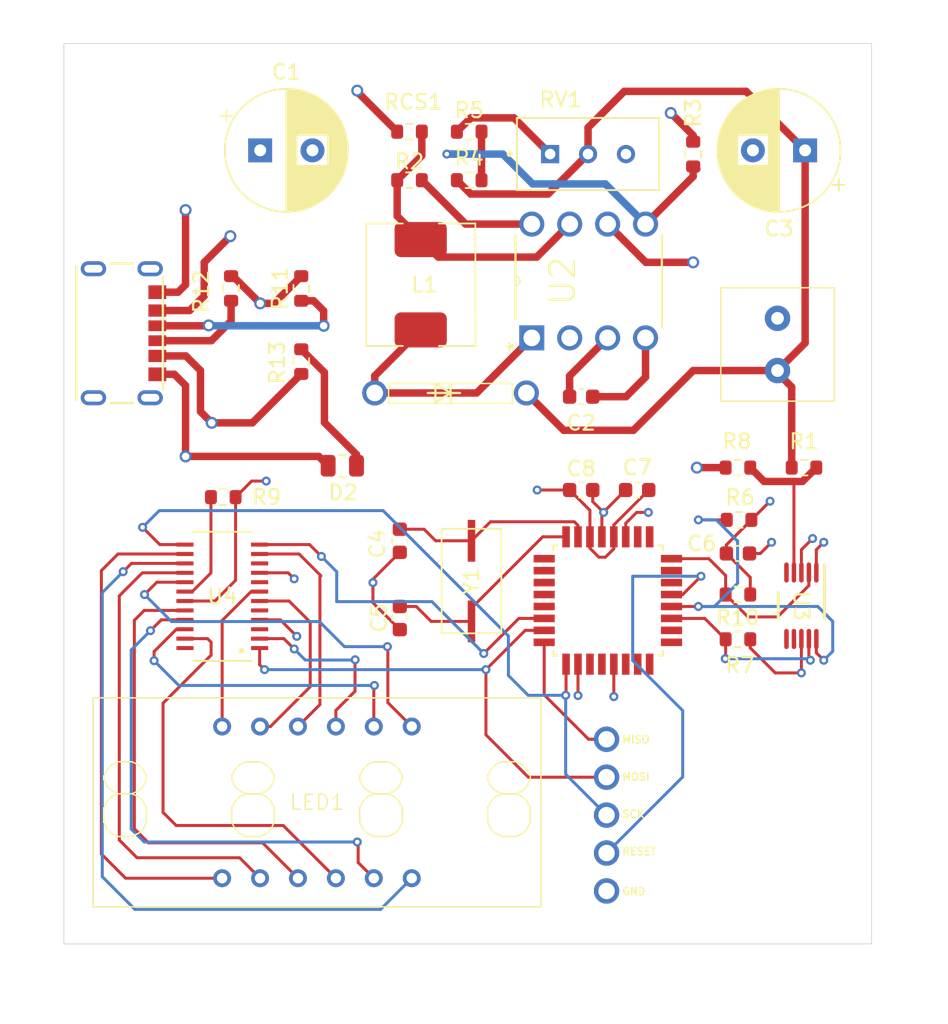
<source format=kicad_pcb>
(kicad_pcb (version 20241229) (generator "pcbnew") (generator_version "9.0")
  (layers (0 "F.Cu" signal) (4 "In1.Cu" signal) (6 "In2.Cu" signal) (2 "B.Cu" signal) (13 "F.Paste" user) (15 "B.Paste" user) (5 "F.SilkS" user "F.Silkscreen") (7 "B.SilkS" user "B.Silkscreen") (1 "F.Mask" user) (3 "B.Mask" user) (25 "Edge.Cuts" user))
  (net 0 "")
  (net 1 "+5V")
  (net 2 "Net-(U2-TC)")
  (net 3 "/BOOST_OUTPUT")
  (net 4 "GND")
  (net 5 "/XTAL1")
  (net 6 "/XTAL2")
  (net 7 "Net-(U2-SWC)")
  (net 8 "Net-(D2-A)")
  (net 9 "/RESET")
  (net 10 "/SCK")
  (net 11 "/MISO")
  (net 12 "/MOSI")
  (net 13 "Net-(J4-CC1)")
  (net 14 "Net-(J4-CC2)")
  (net 15 "Net-(U2-IPK)")
  (net 16 "Net-(LED1-f)")
  (net 17 "Net-(LED1-d)")
  (net 18 "Net-(LED1-e)")
  (net 19 "Net-(LED1-b)")
  (net 20 "Net-(LED1-G4)")
  (net 21 "Net-(LED1-G1)")
  (net 22 "Net-(LED1-c)")
  (net 23 "Net-(LED1-G3)")
  (net 24 "Net-(LED1-G2)")
  (net 25 "Net-(LED1-dp)")
  (net 26 "Net-(LED1-g)")
  (net 27 "Net-(LED1-a)")
  (net 28 "Net-(U3-AIN0)")
  (net 29 "Net-(U2-DRC)")
  (net 30 "Net-(U2-CII)")
  (net 31 "Net-(R5-Pad1)")
  (net 32 "Net-(U1-PC5(ADC5{slash}SCL{slash}PCINT13))")
  (net 33 "Net-(U1-PC4(ADC4{slash}SDA{slash}PCINT12))")
  (net 34 "Net-(U4-ISET)")
  (net 35 "Net-(U1-PD2(INT0{slash}PCINT18))")
  (net 45 "/SS")
  (footprint "footprint:TQFP32_32A_MCH" (layer "F.Cu") (at 124.535599 83.4 -90)
    (property "Reference" "U1" (hide yes))
    (property "Value" "ATMEGA328P-AU")
  )
  (footprint "TerminalBlock_MetzConnect:DB301V-3.5-2P" (layer "F.Cu") (at 135.9 66.25 90)
    (property "Reference" "J2" (hide yes))
    (property "Value" "Screw_Terminal_01x02")
  )
  (footprint "Capacitor_SMD:C_0603_1608Metric" (layer "F.Cu") (at 110.6 84.575 -90)
    (property "Reference" "C5")
    (property "Value" "0.1u")
  )
  (footprint "footprint:DIP254P762X480-8" (layer "F.Cu") (at 127.06 58.19 90)
    (property "Reference" "U2")
    (property "Value" "MC34063ECN")
  )
  (footprint "Capacitor_SMD:C_0603_1608Metric" (layer "F.Cu") (at 122.75 76)
    (property "Reference" "C8")
    (property "Value" "0.1u")
  )
  (footprint "Capacitor_SMD:C_0603_1608Metric" (layer "F.Cu") (at 110.6 79.4 -90)
    (property "Reference" "C4")
    (property "Value" "0.1u")
  )
  (footprint "Resistor_SMD:R_0603_1608Metric" (layer "F.Cu") (at 111.25 52)
    (property "Reference" "RCS1")
    (property "Value" "0.225")
  )
  (footprint "Resistor_SMD:R_0603_1608Metric" (layer "F.Cu") (at 99.3 62.5 -90)
    (property "Reference" "R12")
    (property "Value" "5.1k")
  )
  (footprint "Resistor_SMD:R_0603_1608Metric" (layer "F.Cu") (at 115.25 55.25)
    (property "Reference" "R4")
    (property "Value" "146.7k")
  )
  (footprint "Capacitor_SMD:C_0805_2012Metric" (layer "F.Cu") (at 106.75 74.375)
    (property "Reference" "D2")
    (property "Value" "LED")
  )
  (footprint "Resistor_SMD:R_0603_1608Metric" (layer "F.Cu") (at 115.25 52)
    (property "Reference" "R5")
    (property "Value" "16.7k")
  )
  (footprint "Resistor_SMD:R_0603_1608Metric" (layer "F.Cu") (at 133.25 86 180)
    (property "Reference" "R7")
    (property "Value" "4.7k")
  )
  (footprint "Capacitor_SMD:C_0603_1608Metric" (layer "F.Cu") (at 126.5 76 180)
    (property "Reference" "C7")
    (property "Value" "0.1u")
  )
  (footprint "Resistor_SMD:R_0603_1608Metric" (layer "F.Cu") (at 133.25 83 180)
    (property "Reference" "R10")
    (property "Value" "4.7k")
  )
  (footprint "Resistor_SMD:R_0603_1608Metric" (layer "F.Cu") (at 133.25 74.5 180)
    (property "Reference" "R8")
    (property "Value" "3k")
  )
  (footprint "footprint:FJ3461AH" (layer "F.Cu") (at 105.05 96.92)
    (property "Reference" "LED1")
    (property "Value" "~")
  )
  (footprint "footprint:DGS0010A_N" (layer "F.Cu") (at 137.5 83.75 -90)
    (property "Reference" "U3")
    (property "Value" "ADS1115IDGSR")
  )
  (footprint "Capacitor_THT:CP_Radial_D8.0mm_P3.50mm" (layer "F.Cu") (at 101.25 53.25)
    (property "Reference" "C1")
    (property "Value" "100u")
  )
  (footprint "Resistor_SMD:R_0603_1608Metric" (layer "F.Cu") (at 98.775 76.475 180)
    (property "Reference" "R9")
    (property "Value" "9.53k")
  )
  (footprint "footprint:SSOP-24" (layer "F.Cu") (at 98.71 83.12 180)
    (property "Reference" "U4")
    (property "Value" "MAX7219")
  )
  (footprint "Resistor_SMD:R_0603_1608Metric" (layer "F.Cu") (at 130.25 53.5 -90)
    (property "Reference" "R3")
    (property "Value" "2.7k")
  )
  (footprint "footprint:CONN_TYPE-C-6P_SHN" (layer "F.Cu") (at 91.3262 65.5 -90)
    (property "Reference" "J4" (hide yes))
    (property "Value" "TYPE-C 6P")
  )
  (footprint "footprint:L_SXN_SMMS0650" (layer "F.Cu") (at 112 62.25 -90)
    (property "Reference" "L1")
    (property "Value" "100uH")
  )
  (footprint "Capacitor_SMD:C_0603_1608Metric" (layer "F.Cu") (at 122.75 69.75)
    (property "Reference" "C2")
    (property "Value" "382pF")
  )
  (footprint "Resistor_SMD:R_0603_1608Metric" (layer "F.Cu") (at 104 62.5 -90)
    (property "Reference" "R11")
    (property "Value" "5.1k")
  )
  (footprint "Resistor_SMD:R_0603_1608Metric" (layer "F.Cu") (at 137.675 74.5)
    (property "Reference" "R1")
    (property "Value" "27k")
  )
  (footprint "footprint:AVR-5pin" (layer "F.Cu") (at 124.45 97.775 -90)
    (property "Reference" "J3" (hide yes))
    (property "Value" "AVR-ISP-6")
  )
  (footprint "footprint:Crystal_SMD_HC-49S-SMD-2P-Mini" (layer "F.Cu") (at 115.4 82.1 -90)
    (property "Reference" "Y1")
    (property "Value" "Crystal")
  )
  (footprint "Resistor_SMD:R_0603_1608Metric" (layer "F.Cu") (at 111.25 55.25)
    (property "Reference" "R2")
    (property "Value" "180")
  )
  (footprint "Resistor_SMD:R_0603_1608Metric" (layer "F.Cu") (at 104 67.4 90)
    (property "Reference" "R13")
    (property "Value" "200")
  )
  (footprint "footprint:DO41-10" (layer "F.Cu") (at 114 69.5 180)
    (property "Reference" "D1" (hide yes))
    (property "Value" "1N5819")
  )
  (footprint "Resistor_SMD:R_0603_1608Metric" (layer "F.Cu") (at 133.325 78 180)
    (property "Reference" "R6")
    (property "Value" "4.7K")
  )
  (footprint "Capacitor_SMD:C_0603_1608Metric" (layer "F.Cu") (at 133.25 80.25)
    (property "Reference" "C6")
    (property "Value" "0.1u")
  )
  (footprint "Capacitor_THT:CP_Radial_D8.0mm_P3.50mm" (layer "F.Cu") (at 137.75 53.25 180)
    (property "Reference" "C3")
    (property "Value" "113u")
  )
  (footprint "Potentiometer_THT:TRIM_3296W-1-104" (layer "F.Cu") (at 123.21 53.5)
    (property "Reference" "RV1")
    (property "Value" "100k")
  )
  (gr_rect (start 88.1 46.1) (end 142.2 106.4) (stroke (width 0.05)) (fill no) (layer "Edge.Cuts"))
  (segment (start 135.75 88.25) (end 137.5 88.25) (width 0.2) (layer "F.Cu") (net 1))
  (segment (start 100.675 75.4) (end 99.6 76.475) (width 0.2) (layer "F.Cu") (net 1))
  (segment (start 123.335599 79.135599) (end 123.335599 79.899597) (width 0.2) (layer "F.Cu") (net 1))
  (segment (start 124.371196 80.5) (end 124.935598 79.935598) (width 0.2) (layer "F.Cu") (net 1))
  (segment (start 121.975 76) (end 123.335599 77.360599) (width 0.2) (layer "F.Cu") (net 1))
  (segment (start 132.475 79.675) (end 134.15 78) (width 0.2) (layer "F.Cu") (net 1))
  (segment (start 98.215 83.435) (end 96.21 83.435) (width 0.2) (layer "F.Cu") (net 1))
  (segment (start 127.275 76) (end 124.935598 78.339402) (width 0.2) (layer "F.Cu") (net 1))
  (segment (start 99.25 59) (end 97.5 60.75) (width 0.5) (layer "F.Cu") (net 1))
  (segment (start 137.5 88.25) (end 137.5 85.975002) (width 0.2) (layer "F.Cu") (net 1))
  (segment (start 132.475 80.25) (end 132.475 79.675) (width 0.2) (layer "F.Cu") (net 1))
  (segment (start 99.6 76.475) (end 99.6 82.05) (width 0.2) (layer "F.Cu") (net 1))
  (segment (start 98 71.5) (end 100.725 71.5) (width 0.5) (layer "F.Cu") (net 1))
  (segment (start 96.52 63.98) (end 94.3592 63.98) (width 0.5) (layer "F.Cu") (net 1))
  (segment (start 96.27 67.02) (end 94.3592 67.02) (width 0.5) (layer "F.Cu") (net 1))
  (segment (start 124.935598 79.935598) (end 124.935598 79.135599) (width 0.2) (layer "F.Cu") (net 1))
  (segment (start 101.65 75.4) (end 100.675 75.4) (width 0.2) (layer "F.Cu") (net 1))
  (segment (start 99.6 82.05) (end 98.215 83.435) (width 0.2) (layer "F.Cu") (net 1))
  (segment (start 134.075 81.85) (end 132.475 80.25) (width 0.2) (layer "F.Cu") (net 1))
  (segment (start 100.725 71.5) (end 104 68.225) (width 0.5) (layer "F.Cu") (net 1))
  (segment (start 97.5 60.75) (end 97.5 63) (width 0.5) (layer "F.Cu") (net 1))
  (segment (start 123.335599 77.360599) (end 123.335599 79.135599) (width 0.2) (layer "F.Cu") (net 1))
  (segment (start 119.8 76) (end 121.975 76) (width 0.2) (layer "F.Cu") (net 1))
  (segment (start 123.936002 80.5) (end 124.371196 80.5) (width 0.2) (layer "F.Cu") (net 1))
  (segment (start 97.25 70.75) (end 97.25 68) (width 0.5) (layer "F.Cu") (net 1))
  (segment (start 107.75 49.25) (end 107.75 49.325) (width 0.5) (layer "F.Cu") (net 1))
  (segment (start 107.75 49.325) (end 110.425 52) (width 0.5) (layer "F.Cu") (net 1))
  (segment (start 134.075 83) (end 134.075 81.85) (width 0.2) (layer "F.Cu") (net 1))
  (segment (start 130.25 60.75) (end 127.08 60.75) (width 0.5) (layer "F.Cu") (net 1))
  (segment (start 98 71.5) (end 97.25 70.75) (width 0.5) (layer "F.Cu") (net 1))
  (segment (start 135.4 76.75) (end 134.15 78) (width 0.2) (layer "F.Cu") (net 1))
  (segment (start 124.935598 78.339402) (end 124.935598 79.135599) (width 0.2) (layer "F.Cu") (net 1))
  (segment (start 127.08 60.75) (end 124.52 58.19) (width 0.5) (layer "F.Cu") (net 1))
  (segment (start 134.075 86) (end 134.075 86.575) (width 0.2) (layer "F.Cu") (net 1))
  (segment (start 134.075 86.575) (end 135.75 88.25) (width 0.2) (layer "F.Cu") (net 1))
  (segment (start 122.535598 89.764402) (end 122.535598 87.664401) (width 0.2) (layer "F.Cu") (net 1))
  (segment (start 123.335599 79.899597) (end 123.936002 80.5) (width 0.2) (layer "F.Cu") (net 1))
  (segment (start 97.5 63) (end 96.52 63.98) (width 0.5) (layer "F.Cu") (net 1))
  (segment (start 97.25 68) (end 96.27 67.02) (width 0.5) (layer "F.Cu") (net 1))
  (segment (start 121.75 76.225) (end 121.975 76) (width 0.2) (layer "F.Cu") (net 1))
  (via (at 137.5 88.25) (size 0.6) (drill 0.3) (layers "F.Cu" "B.Cu") (net 1))
  (via (at 99.25 59) (size 0.8) (drill 0.5) (layers "F.Cu" "B.Cu") (net 1))
  (via (at 130.25 60.75) (size 0.8) (drill 0.5) (layers "F.Cu" "B.Cu") (net 1))
  (via (at 107.75 49.25) (size 0.8) (drill 0.5) (layers "F.Cu" "B.Cu") (net 1))
  (via (at 135.4 76.75) (size 0.6) (drill 0.3) (layers "F.Cu" "B.Cu") (net 1))
  (via (at 122.535598 89.764402) (size 0.6) (drill 0.3) (layers "F.Cu" "B.Cu") (net 1))
  (via (at 119.8 76) (size 0.6) (drill 0.3) (layers "F.Cu" "B.Cu") (net 1))
  (via (at 98 71.5) (size 0.8) (drill 0.5) (layers "F.Cu" "B.Cu") (net 1))
  (via (at 101.65 75.4) (size 0.6) (drill 0.3) (layers "F.Cu" "B.Cu") (net 1))
  (segment (start 121.975 68.355) (end 124.52 65.81) (width 0.5) (layer "F.Cu") (net 2))
  (segment (start 121.975 69.75) (end 121.975 68.355) (width 0.5) (layer "F.Cu") (net 2))
  (segment (start 123.21 53.5) (end 123.21 51.723636) (width 0.5) (layer "F.Cu") (net 3))
  (segment (start 114.425 55.25) (end 115.351 56.176) (width 0.5) (layer "F.Cu") (net 3))
  (segment (start 123.21 51.723636) (end 125.634636 49.299) (width 0.5) (layer "F.Cu") (net 3))
  (segment (start 137.75 66.15) (end 135.9 68) (width 0.5) (layer "F.Cu") (net 3))
  (segment (start 136.85 69.1) (end 136.85 74.5) (width 0.5) (layer "F.Cu") (net 3))
  (segment (start 120.534 56.176) (end 123.21 53.5) (width 0.5) (layer "F.Cu") (net 3))
  (segment (start 121.58 72) (end 126.25 72) (width 0.5) (layer "F.Cu") (net 3))
  (segment (start 126.25 72) (end 130.25 68) (width 0.5) (layer "F.Cu") (net 3))
  (segment (start 119.08 69.5) (end 121.58 72) (width 0.5) (layer "F.Cu") (net 3))
  (segment (start 135.9 68.15) (end 136.85 69.1) (width 0.5) (layer "F.Cu") (net 3))
  (segment (start 133.799 49.299) (end 137.75 53.25) (width 0.5) (layer "F.Cu") (net 3))
  (segment (start 125.634636 49.299) (end 133.799 49.299) (width 0.5) (layer "F.Cu") (net 3))
  (segment (start 135.9 68) (end 135.9 68.15) (width 0.5) (layer "F.Cu") (net 3))
  (segment (start 137.75 53.25) (end 137.75 66.15) (width 0.5) (layer "F.Cu") (net 3))
  (segment (start 115.351 56.176) (end 120.534 56.176) (width 0.5) (layer "F.Cu") (net 3))
  (segment (start 130.25 68) (end 135.9 68) (width 0.5) (layer "F.Cu") (net 3))
  (segment (start 101.21 84.695) (end 102.595 84.695) (width 0.2) (layer "F.Cu") (net 4))
  (segment (start 125.735599 79.135599) (end 125.735599 78.2272) (width 0.2) (layer "F.Cu") (net 4))
  (segment (start 99.3 61.675) (end 99.425 61.675) (width 0.5) (layer "F.Cu") (net 4))
  (segment (start 124.1356 79.135599) (end 124.1356 77.6144) (width 0.2) (layer "F.Cu") (net 4))
  (segment (start 95.5 68.25) (end 95.75 68.5) (width 0.5) (layer "F.Cu") (net 4))
  (segment (start 135.5 79.5) (end 134.75 80.25) (width 0.2) (layer "F.Cu") (net 4))
  (segment (start 137.5 80) (end 137.5 81.525001) (width 0.2) (layer "F.Cu") (net 4))
  (segment (start 139 79.5) (end 138.500001 79.999999) (width 0.2) (layer "F.Cu") (net 4))
  (segment (start 125.735599 78.2272) (end 126.462799 77.5) (width 0.2) (layer "F.Cu") (net 4))
  (segment (start 105.175 73.75) (end 96.25 73.75) (width 0.5) (layer "F.Cu") (net 4))
  (segment (start 108.8 82.2) (end 108.8 81.975) (width 0.2) (layer "F.Cu") (net 4))
  (segment (start 124.25 77.475) (end 125.725 76) (width 0.2) (layer "F.Cu") (net 4))
  (segment (start 95.75 62.75) (end 96.25 62.25) (width 0.5) (layer "F.Cu") (net 4))
  (segment (start 96.25 69) (end 96.25 72.75) (width 0.5) (layer "F.Cu") (net 4))
  (segment (start 124.1356 77.6144) (end 124.25 77.5) (width 0.2) (layer "F.Cu") (net 4))
  (segment (start 108.8 81.975) (end 110.6 80.175) (width 0.2) (layer "F.Cu") (net 4))
  (segment (start 105.8 74.375) (end 105.175 73.75) (width 0.5) (layer "F.Cu") (net 4))
  (segment (start 108.8 83.55) (end 108.8 82.2) (width 0.2) (layer "F.Cu") (net 4))
  (segment (start 128.75 50.75) (end 130.25 52.25) (width 0.5) (layer "F.Cu") (net 4))
  (segment (start 125.75 69.75) (end 127.06 68.44) (width 0.5) (layer "F.Cu") (net 4))
  (segment (start 102.595 84.695) (end 103.7 85.8) (width 0.2) (layer "F.Cu") (net 4))
  (segment (start 130.25 52.25) (end 130.25 52.675) (width 0.5) (layer "F.Cu") (net 4))
  (segment (start 134.75 80.25) (end 134.025 80.25) (width 0.2) (layer "F.Cu") (net 4))
  (segment (start 138.25 79.25) (end 137.5 80) (width 0.2) (layer "F.Cu") (net 4))
  (segment (start 99.425 61.675) (end 101.25 63.5) (width 0.5) (layer "F.Cu") (net 4))
  (segment (start 124.25 77.5) (end 124.25 77.475) (width 0.2) (layer "F.Cu") (net 4))
  (segment (start 103.12 81.545) (end 103.525 81.95) (width 0.2) (layer "F.Cu") (net 4))
  (segment (start 123.525 76.775) (end 124.25 77.5) (width 0.2) (layer "F.Cu") (net 4))
  (segment (start 102.175 63.5) (end 104 61.675) (width 0.5) (layer "F.Cu") (net 4))
  (segment (start 126.462799 77.5) (end 127.25 77.5) (width 0.2) (layer "F.Cu") (net 4))
  (segment (start 95.75 68.5) (end 96.25 69) (width 0.5) (layer "F.Cu") (net 4))
  (segment (start 94.3592 62.75) (end 95.75 62.75) (width 0.5) (layer "F.Cu") (net 4))
  (segment (start 96.25 62.25) (end 96.25 58) (width 0.5) (layer "F.Cu") (net 4))
  (segment (start 123.525 76) (end 123.525 76.775) (width 0.2) (layer "F.Cu") (net 4))
  (segment (start 132.425 74.5) (end 130.5 74.5) (width 0.5) (layer "F.Cu") (net 4))
  (segment (start 101.21 81.545) (end 103.12 81.545) (width 0.2) (layer "F.Cu") (net 4))
  (segment (start 123.525 69.75) (end 125.75 69.75) (width 0.5) (layer "F.Cu") (net 4))
  (segment (start 94.3592 68.25) (end 95.5 68.25) (width 0.5) (layer "F.Cu") (net 4))
  (segment (start 127.06 68.44) (end 127.06 65.81) (width 0.5) (layer "F.Cu") (net 4))
  (segment (start 110.6 85.35) (end 108.8 83.55) (width 0.2) (layer "F.Cu") (net 4))
  (segment (start 96.25 72.75) (end 96.25 73.75) (width 0.5) (layer "F.Cu") (net 4))
  (segment (start 101.25 63.5) (end 102.175 63.5) (width 0.5) (layer "F.Cu") (net 4))
  (segment (start 138.500001 79.999999) (end 138.500001 81.525001) (width 0.2) (layer "F.Cu") (net 4))
  (segment (start 96.25 58) (end 96.25 57.25) (width 0.5) (layer "F.Cu") (net 4))
  (segment (start 124.935598 89.835598) (end 124.935598 87.664401) (width 0.2) (layer "F.Cu") (net 4))
  (via (at 130.5 74.5) (size 0.8) (drill 0.5) (layers "F.Cu" "B.Cu") (net 4))
  (via (at 135.5 79.5) (size 0.6) (drill 0.3) (layers "F.Cu" "B.Cu") (net 4))
  (via (at 96.25 57.25) (size 0.8) (drill 0.5) (layers "F.Cu" "B.Cu") (net 4))
  (via (at 128.75 50.75) (size 0.8) (drill 0.5) (layers "F.Cu" "B.Cu") (net 4))
  (via (at 127.25 77.5) (size 0.6) (drill 0.3) (layers "F.Cu" "B.Cu") (net 4))
  (via (at 101.25 63.5) (size 0.8) (drill 0.5) (layers "F.Cu" "B.Cu") (net 4))
  (via (at 103.525 81.95) (size 0.6) (drill 0.3) (layers "F.Cu" "B.Cu") (net 4))
  (via (at 103.7 85.8) (size 0.6) (drill 0.3) (layers "F.Cu" "B.Cu") (net 4))
  (via (at 124.935598 89.835598) (size 0.6) (drill 0.3) (layers "F.Cu" "B.Cu") (net 4))
  (via (at 139 79.5) (size 0.6) (drill 0.3) (layers "F.Cu" "B.Cu") (net 4))
  (via (at 138.25 79.25) (size 0.6) (drill 0.3) (layers "F.Cu" "B.Cu") (net 4))
  (via (at 108.8 82.2) (size 0.6) (drill 0.3) (layers "F.Cu" "B.Cu") (net 4))
  (via (at 124.25 77.5) (size 0.6) (drill 0.3) (layers "F.Cu" "B.Cu") (net 4))
  (via (at 96.25 73.75) (size 0.8) (drill 0.5) (layers "F.Cu" "B.Cu") (net 4))
  (segment (start 116.6738 78.1262) (end 115.4 79.4) (width 0.2) (layer "F.Cu") (net 5))
  (segment (start 110.6 78.625) (end 112.225 78.625) (width 0.2) (layer "F.Cu") (net 5))
  (segment (start 113 79.4) (end 115.4 79.4) (width 0.2) (layer "F.Cu") (net 5))
  (segment (start 122.2902 78.1262) (end 116.6738 78.1262) (width 0.2) (layer "F.Cu") (net 5))
  (segment (start 112.225 78.625) (end 113 79.4) (width 0.2) (layer "F.Cu") (net 5))
  (segment (start 122.5356 78.3716) (end 122.2902 78.1262) (width 0.2) (layer "F.Cu") (net 5))
  (segment (start 122.5356 79.135599) (end 122.5356 78.3716) (width 0.2) (layer "F.Cu") (net 5))
  (segment (start 121.7356 79.135599) (end 120.171601 79.135599) (width 0.2) (layer "F.Cu") (net 6))
  (segment (start 110.6 83.8) (end 111.7 83.8) (width 0.2) (layer "F.Cu") (net 6))
  (segment (start 112.7 84.8) (end 115.4 84.8) (width 0.2) (layer "F.Cu") (net 6))
  (segment (start 115.4 83.9072) (end 115.4 84.8) (width 0.2) (layer "F.Cu") (net 6))
  (segment (start 120.171601 79.135599) (end 115.4 83.9072) (width 0.2) (layer "F.Cu") (net 6))
  (segment (start 111.7 83.8) (end 112.7 84.8) (width 0.2) (layer "F.Cu") (net 6))
  (segment (start 119.44 65.81) (end 115.75 69.5) (width 0.5) (layer "F.Cu") (net 7))
  (segment (start 115.75 69.5) (end 108.92 69.5) (width 0.5) (layer "F.Cu") (net 7))
  (segment (start 108.92 68.355) (end 108.92 69.5) (width 0.5) (layer "F.Cu") (net 7))
  (segment (start 112 65.275) (end 108.92 68.355) (width 0.5) (layer "F.Cu") (net 7))
  (segment (start 105.55 68.125) (end 105.55 71.475) (width 0.5) (layer "F.Cu") (net 8))
  (segment (start 105.55 71.475) (end 107.7 73.625) (width 0.5) (layer "F.Cu") (net 8))
  (segment (start 104 66.575) (end 105.55 68.125) (width 0.5) (layer "F.Cu") (net 8))
  (segment (start 103.925 66.5) (end 104 66.575) (width 0.5) (layer "F.Cu") (net 8))
  (segment (start 107.7 73.625) (end 107.7 74.375) (width 0.5) (layer "F.Cu") (net 8))
  (segment (start 128.8 83.000001) (end 129.549999 83.000001) (width 0.2) (layer "F.Cu") (net 9))
  (segment (start 129.549999 83.000001) (end 130.775 81.775) (width 0.2) (layer "F.Cu") (net 9))
  (via (at 130.775 81.775) (size 0.6) (drill 0.3) (layers "F.Cu" "B.Cu") (net 9))
  (segment (start 129.55 90.775) (end 129.55 95.215) (width 0.2) (layer "B.Cu") (net 9))
  (segment (start 126.2 81.775) (end 126.2 87.425) (width 0.2) (layer "B.Cu") (net 9))
  (segment (start 126.2 87.425) (end 129.55 90.775) (width 0.2) (layer "B.Cu") (net 9))
  (segment (start 130.775 81.775) (end 126.2 81.775) (width 0.2) (layer "B.Cu") (net 9))
  (segment (start 129.55 95.215) (end 124.45 100.315) (width 0.2) (layer "B.Cu") (net 9))
  (segment (start 121.7356 89.697251) (end 121.7356 87.664401) (width 0.2) (layer "F.Cu") (net 10))
  (segment (start 94.525 79.655) (end 93.37 78.5) (width 0.2) (layer "F.Cu") (net 10))
  (segment (start 121.71 89.722851) (end 121.7356 89.697251) (width 0.2) (layer "F.Cu") (net 10))
  (segment (start 96.21 79.655) (end 94.525 79.655) (width 0.2) (layer "F.Cu") (net 10))
  (segment (start 121.71 89.75) (end 121.71 89.722851) (width 0.2) (layer "F.Cu") (net 10))
  (via (at 121.71 89.75) (size 0.6) (drill 0.3) (layers "F.Cu" "B.Cu") (net 10))
  (via (at 93.37 78.5) (size 0.6) (drill 0.3) (layers "F.Cu" "B.Cu") (net 10))
  (segment (start 94.49 77.38) (end 109.48 77.38) (width 0.2) (layer "B.Cu") (net 10))
  (segment (start 93.37 78.5) (end 94.49 77.38) (width 0.2) (layer "B.Cu") (net 10))
  (segment (start 117.875 88.425) (end 119.2 89.75) (width 0.2) (layer "B.Cu") (net 10))
  (segment (start 109.48 77.38) (end 117.875 85.775) (width 0.2) (layer "B.Cu") (net 10))
  (segment (start 121.71 89.75) (end 121.71 95.035) (width 0.2) (layer "B.Cu") (net 10))
  (segment (start 119.2 89.75) (end 121.71 89.75) (width 0.2) (layer "B.Cu") (net 10))
  (segment (start 117.875 85.775) (end 117.875 88.425) (width 0.2) (layer "B.Cu") (net 10))
  (segment (start 121.71 95.035) (end 124.45 97.775) (width 0.2) (layer "B.Cu") (net 10))
  (segment (start 124.45 92.695) (end 123.247919 92.695) (width 0.2) (layer "F.Cu") (net 11))
  (segment (start 123.247919 92.695) (end 120.271198 89.718279) (width 0.2) (layer "F.Cu") (net 11))
  (segment (start 120.271198 89.718279) (end 120.271198 86.199999) (width 0.2) (layer "F.Cu") (net 11))
  (segment (start 119.000001 85.399999) (end 120.271198 85.399999) (width 0.2) (layer "F.Cu") (net 12))
  (segment (start 101.21 87.7) (end 101.54 88.03) (width 0.2) (layer "F.Cu") (net 12))
  (segment (start 119.21 95.235) (end 116.37 92.395) (width 0.2) (layer "F.Cu") (net 12))
  (segment (start 124.45 95.235) (end 119.21 95.235) (width 0.2) (layer "F.Cu") (net 12))
  (segment (start 116.37 88.03) (end 119.000001 85.399999) (width 0.2) (layer "F.Cu") (net 12))
  (segment (start 116.37 92.395) (end 116.37 88.03) (width 0.2) (layer "F.Cu") (net 12))
  (segment (start 101.21 86.585) (end 101.21 87.7) (width 0.2) (layer "F.Cu") (net 12))
  (via (at 101.54 88.03) (size 0.6) (drill 0.3) (layers "F.Cu" "B.Cu") (net 12))
  (via (at 116.37 88.03) (size 0.6) (drill 0.3) (layers "F.Cu" "B.Cu") (net 12))
  (segment (start 116.37 88.03) (end 101.54 88.03) (width 0.2) (layer "B.Cu") (net 12))
  (segment (start 105.5 64) (end 104.825 63.325) (width 0.5) (layer "F.Cu") (net 13))
  (segment (start 94.3592 65.000001) (end 97.774999 65.000001) (width 0.5) (layer "F.Cu") (net 13))
  (segment (start 105.5 65) (end 105.5 64) (width 0.5) (layer "F.Cu") (net 13))
  (segment (start 104.825 63.325) (end 104 63.325) (width 0.5) (layer "F.Cu") (net 13))
  (segment (start 97.774999 65.000001) (end 97.8 64.975) (width 0.5) (layer "F.Cu") (net 13))
  (via (at 105.5 65) (size 0.8) (drill 0.5) (layers "F.Cu" "B.Cu") (net 13))
  (via (at 97.8 64.975) (size 0.8) (drill 0.5) (layers "F.Cu" "B.Cu") (net 13))
  (segment (start 97.8 64.975) (end 97.825 65) (width 0.5) (layer "B.Cu") (net 13))
  (segment (start 97.825 65) (end 105.5 65) (width 0.5) (layer "B.Cu") (net 13))
  (segment (start 94.3592 65.999999) (end 97.978497 65.999999) (width 0.5) (layer "F.Cu") (net 14))
  (segment (start 99.3 64.678496) (end 99.3 63.325) (width 0.5) (layer "F.Cu") (net 14))
  (segment (start 97.978497 65.999999) (end 99.3 64.678496) (width 0.5) (layer "F.Cu") (net 14))
  (segment (start 112.075 52) (end 112.075 53.6) (width 0.5) (layer "F.Cu") (net 15))
  (segment (start 110.425 55.25) (end 110.425 57.65) (width 0.5) (layer "F.Cu") (net 15))
  (segment (start 113.174999 60.399999) (end 119.770001 60.399999) (width 0.5) (layer "F.Cu") (net 15))
  (segment (start 112 59.225) (end 113.174999 60.399999) (width 0.5) (layer "F.Cu") (net 15))
  (segment (start 110.425 57.65) (end 112 59.225) (width 0.5) (layer "F.Cu") (net 15))
  (segment (start 119.770001 60.399999) (end 121.98 58.19) (width 0.5) (layer "F.Cu") (net 15))
  (segment (start 112.075 53.6) (end 110.425 55.25) (width 0.5) (layer "F.Cu") (net 15))
  (segment (start 92.625 80.915) (end 92.07 81.47) (width 0.2) (layer "F.Cu") (net 16))
  (segment (start 96.21 80.915) (end 92.625 80.915) (width 0.2) (layer "F.Cu") (net 16))
  (via (at 92.07 81.47) (size 0.6) (drill 0.3) (layers "F.Cu" "B.Cu") (net 16))
  (segment (start 90.67 101.9) (end 92.86 104.09) (width 0.2) (layer "B.Cu") (net 16))
  (segment (start 90.67 82.87) (end 90.67 101.9) (width 0.2) (layer "B.Cu") (net 16))
  (segment (start 92.86 104.09) (end 109.31 104.09) (width 0.2) (layer "B.Cu") (net 16))
  (segment (start 109.31 104.09) (end 111.4 102) (width 0.2) (layer "B.Cu") (net 16))
  (segment (start 92.07 81.47) (end 90.67 82.87) (width 0.2) (layer "B.Cu") (net 16))
  (segment (start 95.62 98.47) (end 102.79 98.47) (width 0.2) (layer "F.Cu") (net 17))
  (segment (start 94.74 90.28) (end 94.74 97.59) (width 0.2) (layer "F.Cu") (net 17))
  (segment (start 97.96 87.06) (end 94.74 90.28) (width 0.2) (layer "F.Cu") (net 17))
  (segment (start 97.725 85.955) (end 97.96 86.19) (width 0.2) (layer "F.Cu") (net 17))
  (segment (start 97.96 86.19) (end 97.96 87.06) (width 0.2) (layer "F.Cu") (net 17))
  (segment (start 102.79 98.47) (end 106.32 102) (width 0.2) (layer "F.Cu") (net 17))
  (segment (start 96.21 85.955) (end 97.725 85.955) (width 0.2) (layer "F.Cu") (net 17))
  (segment (start 94.74 97.59) (end 95.62 98.47) (width 0.2) (layer "F.Cu") (net 17))
  (segment (start 94.625 84.695) (end 96.21 84.695) (width 0.2) (layer "F.Cu") (net 18))
  (segment (start 107.81 100.95) (end 108.86 102) (width 0.2) (layer "F.Cu") (net 18))
  (segment (start 107.81 99.635) (end 107.81 100.95) (width 0.2) (layer "F.Cu") (net 18))
  (segment (start 93.9 85.42) (end 94.625 84.695) (width 0.2) (layer "F.Cu") (net 18))
  (segment (start 107.75 99.575) (end 107.81 99.635) (width 0.2) (layer "F.Cu") (net 18))
  (via (at 93.9 85.42) (size 0.6) (drill 0.3) (layers "F.Cu" "B.Cu") (net 18))
  (via (at 107.75 99.575) (size 0.6) (drill 0.3) (layers "F.Cu" "B.Cu") (net 18))
  (segment (start 107.75 99.575) (end 93.485 99.575) (width 0.2) (layer "B.Cu") (net 18))
  (segment (start 93.485 99.575) (end 92.61 98.7) (width 0.2) (layer "B.Cu") (net 18))
  (segment (start 92.61 98.7) (end 92.61 86.71) (width 0.2) (layer "B.Cu") (net 18))
  (segment (start 92.61 86.71) (end 93.9 85.42) (width 0.2) (layer "B.Cu") (net 18))
  (segment (start 91.81 99.44) (end 91.81 83.09) (width 0.2) (layer "F.Cu") (net 19))
  (segment (start 101.24 102) (end 99.87 100.63) (width 0.2) (layer "F.Cu") (net 19))
  (segment (start 93 100.63) (end 91.81 99.44) (width 0.2) (layer "F.Cu") (net 19))
  (segment (start 93.355 81.545) (end 96.21 81.545) (width 0.2) (layer "F.Cu") (net 19))
  (segment (start 99.87 100.63) (end 93 100.63) (width 0.2) (layer "F.Cu") (net 19))
  (segment (start 91.81 83.09) (end 93.355 81.545) (width 0.2) (layer "F.Cu") (net 19))
  (segment (start 100.635 82.805) (end 101.21 82.805) (width 0.2) (layer "F.Cu") (net 20))
  (segment (start 98.7 91.84) (end 98.7 84.74) (width 0.2) (layer "F.Cu") (net 20))
  (segment (start 98.7 84.74) (end 100.635 82.805) (width 0.2) (layer "F.Cu") (net 20))
  (segment (start 107.61 87.37) (end 107.6 87.38) (width 0.2) (layer "F.Cu") (net 21))
  (segment (start 106.32 90.76) (end 106.32 91.84) (width 0.2) (layer "F.Cu") (net 21))
  (segment (start 107.6 87.38) (end 107.6 89.48) (width 0.2) (layer "F.Cu") (net 21))
  (segment (start 102.835 85.955) (end 103.5275 86.6475) (width 0.2) (layer "F.Cu") (net 21))
  (segment (start 107.6 89.48) (end 106.32 90.76) (width 0.2) (layer "F.Cu") (net 21))
  (segment (start 101.21 85.955) (end 102.835 85.955) (width 0.2) (layer "F.Cu") (net 21))
  (via (at 107.61 87.37) (size 0.6) (drill 0.3) (layers "F.Cu" "B.Cu") (net 21))
  (via (at 103.5275 86.6475) (size 0.6) (drill 0.3) (layers "F.Cu" "B.Cu") (net 21))
  (segment (start 107.59 87.39) (end 107.61 87.37) (width 0.2) (layer "B.Cu") (net 21))
  (segment (start 104.27 87.39) (end 107.59 87.39) (width 0.2) (layer "B.Cu") (net 21))
  (segment (start 103.5275 86.6475) (end 104.27 87.39) (width 0.2) (layer "B.Cu") (net 21))
  (segment (start 101.41 99.63) (end 93.76 99.63) (width 0.2) (layer "F.Cu") (net 22))
  (segment (start 93.482027 84.065) (end 96.21 84.065) (width 0.2) (layer "F.Cu") (net 22))
  (segment (start 92.82 98.69) (end 92.82 84.727027) (width 0.2) (layer "F.Cu") (net 22))
  (segment (start 92.82 84.727027) (end 93.482027 84.065) (width 0.2) (layer "F.Cu") (net 22))
  (segment (start 103.78 102) (end 101.41 99.63) (width 0.2) (layer "F.Cu") (net 22))
  (segment (start 93.76 99.63) (end 92.82 98.69) (width 0.2) (layer "F.Cu") (net 22))
  (segment (start 104.6 89.175) (end 104.6 84.85) (width 0.2) (layer "F.Cu") (net 23))
  (segment (start 101.24 91.84) (end 101.935 91.84) (width 0.2) (layer "F.Cu") (net 23))
  (segment (start 104.6 84.85) (end 103.185 83.435) (width 0.2) (layer "F.Cu") (net 23))
  (segment (start 103.185 83.435) (end 101.21 83.435) (width 0.2) (layer "F.Cu") (net 23))
  (segment (start 101.935 91.84) (end 104.6 89.175) (width 0.2) (layer "F.Cu") (net 23))
  (segment (start 103.855 80.285) (end 101.21 80.285) (width 0.2) (layer "F.Cu") (net 24))
  (segment (start 105.25 81.8) (end 105.31 81.74) (width 0.2) (layer "F.Cu") (net 24))
  (segment (start 105.25 90.37) (end 105.25 81.8) (width 0.2) (layer "F.Cu") (net 24))
  (segment (start 103.78 91.84) (end 105.25 90.37) (width 0.2) (layer "F.Cu") (net 24))
  (segment (start 105.31 81.74) (end 103.855 80.285) (width 0.2) (layer "F.Cu") (net 24))
  (segment (start 94.14 86.82) (end 94.14 87.43) (width 0.2) (layer "F.Cu") (net 25))
  (segment (start 108.86 89.13) (end 108.9 89.09) (width 0.2) (layer "F.Cu") (net 25))
  (segment (start 96.21 85.325) (end 95.635 85.325) (width 0.2) (layer "F.Cu") (net 25))
  (segment (start 95.635 85.325) (end 94.14 86.82) (width 0.2) (layer "F.Cu") (net 25))
  (segment (start 108.86 91.84) (end 108.86 89.13) (width 0.2) (layer "F.Cu") (net 25))
  (via (at 94.14 87.43) (size 0.6) (drill 0.3) (layers "F.Cu" "B.Cu") (net 25))
  (via (at 108.9 89.09) (size 0.6) (drill 0.3) (layers "F.Cu" "B.Cu") (net 25))
  (segment (start 95.8 89.09) (end 94.14 87.43) (width 0.2) (layer "B.Cu") (net 25))
  (segment (start 108.9 89.09) (end 95.8 89.09) (width 0.2) (layer "B.Cu") (net 25))
  (segment (start 96.21 82.175) (end 94.325 82.175) (width 0.2) (layer "F.Cu") (net 26))
  (segment (start 94.325 82.175) (end 93.5 83) (width 0.2) (layer "F.Cu") (net 26))
  (segment (start 109.8 90.24) (end 111.4 91.84) (width 0.2) (layer "F.Cu") (net 26))
  (segment (start 109.8 86.52) (end 109.8 90.24) (width 0.2) (layer "F.Cu") (net 26))
  (segment (start 109.77 86.49) (end 109.8 86.52) (width 0.2) (layer "F.Cu") (net 26))
  (via (at 93.5 83) (size 0.6) (drill 0.3) (layers "F.Cu" "B.Cu") (net 26))
  (via (at 109.77 86.49) (size 0.6) (drill 0.3) (layers "F.Cu" "B.Cu") (net 26))
  (segment (start 105.21 84.81) (end 95.31 84.81) (width 0.2) (layer "B.Cu") (net 26))
  (segment (start 109.77 86.49) (end 106.89 86.49) (width 0.2) (layer "B.Cu") (net 26))
  (segment (start 106.89 86.49) (end 105.21 84.81) (width 0.2) (layer "B.Cu") (net 26))
  (segment (start 95.31 84.81) (end 93.5 83) (width 0.2) (layer "B.Cu") (net 26))
  (segment (start 98.7 102) (end 92.23 102) (width 0.2) (layer "F.Cu") (net 27))
  (segment (start 92.23 102) (end 90.61 100.38) (width 0.2) (layer "F.Cu") (net 27))
  (segment (start 91.725 80.285) (end 96.21 80.285) (width 0.2) (layer "F.Cu") (net 27))
  (segment (start 90.61 100.38) (end 90.61 81.4) (width 0.2) (layer "F.Cu") (net 27))
  (segment (start 90.61 81.4) (end 91.725 80.285) (width 0.2) (layer "F.Cu") (net 27))
  (segment (start 135.001 75.426) (end 134.075 74.5) (width 0.5) (layer "F.Cu") (net 28))
  (segment (start 137 75.426) (end 135.001 75.426) (width 0.5) (layer "F.Cu") (net 28))
  (segment (start 137.574 75.426) (end 137 75.426) (width 0.5) (layer "F.Cu") (net 28))
  (segment (start 137.000001 81.525001) (end 137 75.426) (width 0.2) (layer "F.Cu") (net 28))
  (segment (start 138.5 74.5) (end 137.574 75.426) (width 0.5) (layer "F.Cu") (net 28))
  (segment (start 112.075 55.25) (end 115.015 58.19) (width 0.5) (layer "F.Cu") (net 29))
  (segment (start 115.015 58.19) (end 119.44 58.19) (width 0.5) (layer "F.Cu") (net 29))
  (segment (start 116.075 52) (end 116.075 53.5) (width 0.5) (layer "F.Cu") (net 30))
  (segment (start 130.25 54.325) (end 130.25 55) (width 0.5) (layer "F.Cu") (net 30))
  (segment (start 116.075 54) (end 116.075 55.25) (width 0.5) (layer "F.Cu") (net 30))
  (segment (start 130.25 55) (end 127.06 58.19) (width 0.5) (layer "F.Cu") (net 30))
  (segment (start 130.325 54.325) (end 130.5 54.5) (width 0.5) (layer "F.Cu") (net 30))
  (segment (start 116.075 53.5) (end 113.75 53.5) (width 0.5) (layer "F.Cu") (net 30))
  (segment (start 116.075 53.5) (end 116.075 54) (width 0.5) (layer "F.Cu") (net 30))
  (segment (start 130.25 54.325) (end 130.325 54.325) (width 0.5) (layer "F.Cu") (net 30))
  (via (at 113.75 53.5) (size 0.6) (drill 0.3) (layers "F.Cu" "B.Cu") (net 30))
  (segment (start 119.5 55.5) (end 124.37 55.5) (width 0.5) (layer "B.Cu") (net 30))
  (segment (start 117.5 53.5) (end 119.5 55.5) (width 0.5) (layer "B.Cu") (net 30))
  (segment (start 124.37 55.5) (end 127.06 58.19) (width 0.5) (layer "B.Cu") (net 30))
  (segment (start 113.75 53.5) (end 117.5 53.5) (width 0.5) (layer "B.Cu") (net 30))
  (segment (start 114.425 52) (end 115.351 51.074) (width 0.5) (layer "F.Cu") (net 31))
  (segment (start 115.351 51.074) (end 118.244 51.074) (width 0.5) (layer "F.Cu") (net 31))
  (segment (start 118.244 51.074) (end 120.67 53.5) (width 0.5) (layer "F.Cu") (net 31))
  (segment (start 138.500001 85.975002) (end 138.500001 86.900001) (width 0.2) (layer "F.Cu") (net 32))
  (segment (start 128.8 83.799999) (end 130.6 83.8) (width 0.2) (layer "F.Cu") (net 32))
  (segment (start 132.5 78) (end 130.6 78) (width 0.2) (layer "F.Cu") (net 32))
  (segment (start 138.500001 86.900001) (end 139 87.4) (width 0.2) (layer "F.Cu") (net 32))
  (via (at 130.6 78) (size 0.6) (drill 0.3) (layers "F.Cu" "B.Cu") (net 32))
  (via (at 139 87.4) (size 0.6) (drill 0.3) (layers "F.Cu" "B.Cu") (net 32))
  (via (at 130.6 83.8) (size 0.6) (drill 0.3) (layers "F.Cu" "B.Cu") (net 32))
  (segment (start 130.6 83.8) (end 138.6 83.8) (width 0.2) (layer "B.Cu") (net 32))
  (segment (start 139.6 84.8) (end 139.6 86.8) (width 0.2) (layer "B.Cu") (net 32))
  (segment (start 131.8 78) (end 133.225 79.425) (width 0.2) (layer "B.Cu") (net 32))
  (segment (start 133.225 82.25) (end 131.675 83.8) (width 0.2) (layer "B.Cu") (net 32))
  (segment (start 131.675 83.8) (end 130.6 83.8) (width 0.2) (layer "B.Cu") (net 32))
  (segment (start 139.6 86.8) (end 139 87.4) (width 0.2) (layer "B.Cu") (net 32))
  (segment (start 138.6 83.8) (end 139.6 84.8) (width 0.2) (layer "B.Cu") (net 32))
  (segment (start 130.6 78) (end 131.8 78) (width 0.2) (layer "B.Cu") (net 32))
  (segment (start 133.225 79.425) (end 133.225 82.25) (width 0.2) (layer "B.Cu") (net 32))
  (segment (start 138.000002 85.975002) (end 138.000002 87.300002) (width 0.2) (layer "F.Cu") (net 33))
  (segment (start 138.000002 87.300002) (end 138.1 87.4) (width 0.2) (layer "F.Cu") (net 33))
  (segment (start 128.8 84.6) (end 131.025 84.6) (width 0.2) (layer "F.Cu") (net 33))
  (segment (start 131.025 84.6) (end 132.425 86) (width 0.2) (layer "F.Cu") (net 33))
  (segment (start 132.425 87.275) (end 132.4 87.3) (width 0.2) (layer "F.Cu") (net 33))
  (segment (start 132.425 86) (end 132.425 87.275) (width 0.2) (layer "F.Cu") (net 33))
  (via (at 132.4 87.3) (size 0.6) (drill 0.3) (layers "F.Cu" "B.Cu") (net 33))
  (via (at 138.1 87.4) (size 0.6) (drill 0.3) (layers "F.Cu" "B.Cu") (net 33))
  (segment (start 132.4 87.3) (end 138.050057 87.3) (width 0.2) (layer "B.Cu") (net 33))
  (segment (start 138.050057 87.3) (end 138.1 87.349943) (width 0.2) (layer "B.Cu") (net 33))
  (segment (start 138.1 87.349943) (end 138.1 87.4) (width 0.2) (layer "B.Cu") (net 33))
  (segment (start 96.696842 82.805) (end 96.21 82.805) (width 0.2) (layer "F.Cu") (net 34))
  (segment (start 97.95 81.551842) (end 96.696842 82.805) (width 0.2) (layer "F.Cu") (net 34))
  (segment (start 97.95 76.475) (end 97.95 81.551842) (width 0.2) (layer "F.Cu") (net 34))
  (segment (start 132.425 83) (end 132.425 81.725) (width 0.2) (layer "F.Cu") (net 35))
  (segment (start 135.900003 84.5) (end 133.925 84.5) (width 0.2) (layer "F.Cu") (net 35))
  (segment (start 133.925 84.5) (end 132.425 83) (width 0.2) (layer "F.Cu") (net 35))
  (segment (start 132.425 81.725) (end 131.300001 80.600001) (width 0.2) (layer "F.Cu") (net 35))
  (segment (start 131.300001 80.600001) (end 128.8 80.600001) (width 0.2) (layer "F.Cu") (net 35))
  (segment (start 138.000002 82.400001) (end 135.900003 84.5) (width 0.2) (layer "F.Cu") (net 35))
  (segment (start 138.000002 81.525001) (end 138.000002 82.400001) (width 0.2) (layer "F.Cu") (net 35))
  (segment (start 101.21 79.655) (end 104.555 79.655) (width 0.2) (layer "F.Cu") (net 45))
  (segment (start 118.575 84.6) (end 116.225 86.95) (width 0.2) (layer "F.Cu") (net 45))
  (segment (start 120.271198 84.6) (end 118.575 84.6) (width 0.2) (layer "F.Cu") (net 45))
  (segment (start 104.555 79.655) (end 105.35 80.45) (width 0.2) (layer "F.Cu") (net 45))
  (segment (start 120.271198 84.6) (end 119.3 84.6) (width 0.2) (layer "F.Cu") (net 45))
  (via (at 105.35 80.45) (size 0.6) (drill 0.3) (layers "F.Cu" "B.Cu") (net 45))
  (via (at 116.225 86.95) (size 0.6) (drill 0.3) (layers "F.Cu" "B.Cu") (net 45))
  (segment (start 106.375 81.475) (end 106.375 83.475) (width 0.2) (layer "B.Cu") (net 45))
  (segment (start 105.35 80.45) (end 106.375 81.475) (width 0.2) (layer "B.Cu") (net 45))
  (segment (start 112.75 83.475) (end 116.225 86.95) (width 0.2) (layer "B.Cu") (net 45))
  (segment (start 106.375 83.475) (end 112.75 83.475) (width 0.2) (layer "B.Cu") (net 45))
)
</source>
